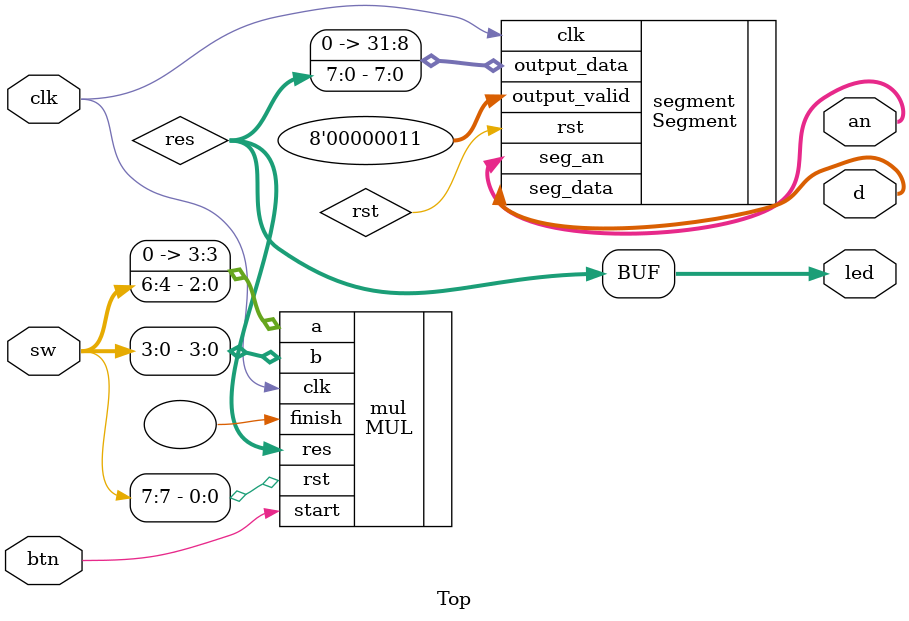
<source format=v>
`timescale 1ns / 1ps


module Top(
    input           clk,
    input           btn,
    input   [7:0]   sw,
    output  [7:0]   led,
    output  [3:0]   d,
    output  [2:0]   an
);

wire    [7:0]   res;
assign  led = res[7:0];

MUL mul(
    .clk(clk),
    .rst(sw[7]),
    .start(btn),
    .a({{1'b0}, {sw[6:4]}}),
    .b(sw[3:0]),
    .res(res),
    .finish()
);

Segment segment(
    .clk(clk),
    .rst(rst),
    .output_data({{24'b0}, {res[7:0]}}),
    .output_valid(8'b00000011),
    .seg_data(d),
    .seg_an(an)
);
endmodule

</source>
